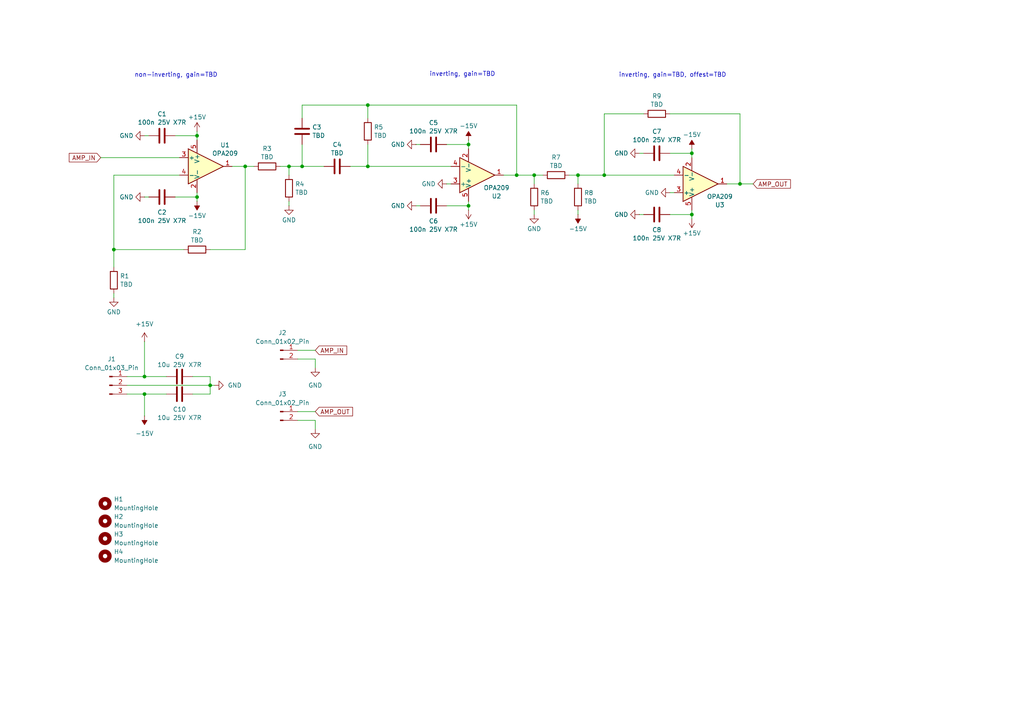
<source format=kicad_sch>
(kicad_sch (version 20231120) (generator "eeschema") (generator_version "8.0")
  (paper "A4")
  (lib_symbols
    (symbol "Amplifier_Operational:OPA196xDBV" (pin_names (offset 0.127))
      (property "Reference" "U" (at -1.27 6.35 0))
      (property "Value" "OPA196xDBV" (at -1.27 3.81 0))
      (symbol "OPA196xDBV_0_1"
        (polyline (pts (xy -5.08 5.08) (xy 5.08 0) (xy -5.08 -5.08) (xy -5.08 5.08)) (stroke (width 0.254)) (fill (type background)))
        (pin power_in line (at -2.54 -7.62 90) (length 3.81) (name "V-") (number "2"))
        (pin power_in line (at -2.54 7.62 270) (length 3.81) (name "V+") (number "5"))
      )
      (symbol "OPA196xDBV_1_1"
        (pin output line (at 7.62 0 180) (length 2.54) (name "~") (number "1"))
        (pin input line (at -7.62 2.54 0) (length 2.54) (name "+") (number "3"))
        (pin input line (at -7.62 -2.54 0) (length 2.54) (name "-") (number "4"))
      )
    )
    (symbol "Connector:Conn_01x02_Pin" (pin_names (offset 1.016) hide)
      (property "Reference" "J" (at 0 2.54 0))
      (property "Value" "Conn_01x02_Pin" (at 0 -5.08 0))
      (symbol "Conn_01x02_Pin_1_1"
        (polyline (pts (xy 1.27 -2.54) (xy 0.8636 -2.54)) (stroke (width 0.1524)))
        (polyline (pts (xy 1.27 0) (xy 0.8636 0)) (stroke (width 0.1524)))
        (rectangle (start 0.8636 -2.413) (end 0 -2.667) (stroke (width 0.1524)) (fill (type outline)))
        (rectangle (start 0.8636 0.127) (end 0 -0.127) (stroke (width 0.1524)) (fill (type outline)))
        (pin passive line (at 5.08 0 180) (length 3.81) (name "Pin_1") (number "1"))
        (pin passive line (at 5.08 -2.54 180) (length 3.81) (name "Pin_2") (number "2"))
      )
    )
    (symbol "Connector:Conn_01x03_Pin" (pin_names (offset 1.016) hide)
      (property "Reference" "J" (at 0 5.08 0))
      (property "Value" "Conn_01x03_Pin" (at 0 -5.08 0))
      (symbol "Conn_01x03_Pin_1_1"
        (polyline (pts (xy 1.27 -2.54) (xy 0.8636 -2.54)) (stroke (width 0.1524)))
        (polyline (pts (xy 1.27 0) (xy 0.8636 0)) (stroke (width 0.1524)))
        (polyline (pts (xy 1.27 2.54) (xy 0.8636 2.54)) (stroke (width 0.1524)))
        (rectangle (start 0.8636 -2.413) (end 0 -2.667) (stroke (width 0.1524)) (fill (type outline)))
        (rectangle (start 0.8636 0.127) (end 0 -0.127) (stroke (width 0.1524)) (fill (type outline)))
        (rectangle (start 0.8636 2.667) (end 0 2.413) (stroke (width 0.1524)) (fill (type outline)))
        (pin passive line (at 5.08 2.54 180) (length 3.81) (name "Pin_1") (number "1"))
        (pin passive line (at 5.08 0 180) (length 3.81) (name "Pin_2") (number "2"))
        (pin passive line (at 5.08 -2.54 180) (length 3.81) (name "Pin_3") (number "3"))
      )
    )
    (symbol "Device:C" (pin_numbers hide) (pin_names (offset 0.254))
      (property "Reference" "C" (at 0.635 2.54 0))
      (property "Value" "C" (at 0.635 -2.54 0))
      (symbol "C_0_1"
        (polyline (pts (xy -2.032 -0.762) (xy 2.032 -0.762)) (stroke (width 0.508)))
        (polyline (pts (xy -2.032 0.762) (xy 2.032 0.762)) (stroke (width 0.508)))
      )
      (symbol "C_1_1"
        (pin passive line (at 0 3.81 270) (length 2.794) (name "~") (number "1"))
        (pin passive line (at 0 -3.81 90) (length 2.794) (name "~") (number "2"))
      )
    )
    (symbol "Device:R" (pin_numbers hide) (pin_names (offset 0))
      (property "Reference" "R" (at 2.032 0 90))
      (property "Value" "R" (at 0 0 90))
      (symbol "R_0_1"
        (rectangle (start -1.016 -2.54) (end 1.016 2.54) (stroke (width 0.254)))
      )
      (symbol "R_1_1"
        (pin passive line (at 0 3.81 270) (length 1.27) (name "~") (number "1"))
        (pin passive line (at 0 -3.81 90) (length 1.27) (name "~") (number "2"))
      )
    )
    (symbol "Mechanical:MountingHole" (pin_names (offset 1.016))
      (property "Reference" "H" (at 0 5.08 0))
      (property "Value" "MountingHole" (at 0 3.175 0))
      (symbol "MountingHole_0_1"
        (circle (center 0 0) (radius 1.27) (stroke (width 1.27)))
      )
    )
    (symbol "power:+15V" (power) (pin_numbers hide) (pin_names (offset 0) hide)
      (property "Value" "+15V" (at 0 3.556 0))
      (symbol "+15V_0_1"
        (polyline (pts (xy -0.762 1.27) (xy 0 2.54)))
        (polyline (pts (xy 0 0) (xy 0 2.54)))
        (polyline (pts (xy 0 2.54) (xy 0.762 1.27)))
      )
      (symbol "+15V_1_1"
        (pin power_in line (at 0 0 90) (length 0) (name "~") (number "1"))
      )
    )
    (symbol "power:-15V" (power) (pin_numbers hide) (pin_names (offset 0) hide)
      (property "Value" "-15V" (at 0 3.556 0))
      (symbol "-15V_0_0"
        (pin power_in line (at 0 0 90) (length 0) (name "~") (number "1"))
      )
      (symbol "-15V_0_1"
        (polyline (pts (xy 0 0) (xy 0 1.27) (xy 0.762 1.27) (xy 0 2.54) (xy -0.762 1.27) (xy 0 1.27)) (fill (type outline)))
      )
    )
    (symbol "power:GND" (power) (pin_numbers hide) (pin_names (offset 0) hide)
      (property "Value" "GND" (at 0 -3.81 0))
      (symbol "GND_0_1"
        (polyline (pts (xy 0 0) (xy 0 -1.27) (xy 1.27 -1.27) (xy 0 -2.54) (xy -1.27 -1.27) (xy 0 -1.27)))
      )
      (symbol "GND_1_1"
        (pin power_in line (at 0 0 270) (length 0) (name "~") (number "1"))
      )
    )
  )
  (junction (at 33.02 72.39))
  (junction (at 135.89 41.91))
  (junction (at 60.96 111.76))
  (junction (at 87.63 48.26))
  (junction (at 41.91 114.3))
  (junction (at 41.91 109.22))
  (junction (at 175.26 50.8))
  (junction (at 149.86 50.8))
  (junction (at 106.68 48.26))
  (junction (at 106.68 30.48))
  (junction (at 200.66 44.45))
  (junction (at 135.89 59.69))
  (junction (at 57.15 39.37))
  (junction (at 214.63 53.34))
  (junction (at 57.15 57.15))
  (junction (at 200.66 62.23))
  (junction (at 167.64 50.8))
  (junction (at 154.94 50.8))
  (junction (at 71.12 48.26))
  (junction (at 83.82 48.26))
  (wire (pts (xy 87.63 34.29) (xy 87.63 30.48)))
  (wire (pts (xy 101.6 48.26) (xy 106.68 48.26)))
  (wire (pts (xy 106.68 30.48) (xy 106.68 34.29)))
  (wire (pts (xy 167.64 60.96) (xy 167.64 62.23)))
  (wire (pts (xy 41.91 99.06) (xy 41.91 109.22)))
  (wire (pts (xy 83.82 58.42) (xy 83.82 59.69)))
  (wire (pts (xy 71.12 48.26) (xy 73.66 48.26)))
  (wire (pts (xy 165.1 50.8) (xy 167.64 50.8)))
  (wire (pts (xy 194.31 55.88) (xy 195.58 55.88)))
  (wire (pts (xy 91.44 104.14) (xy 86.36 104.14)))
  (wire (pts (xy 57.15 38.1) (xy 57.15 39.37)))
  (wire (pts (xy 175.26 33.02) (xy 186.69 33.02)))
  (wire (pts (xy 135.89 40.64) (xy 135.89 41.91)))
  (wire (pts (xy 91.44 124.46) (xy 91.44 121.92)))
  (wire (pts (xy 71.12 72.39) (xy 71.12 48.26)))
  (wire (pts (xy 135.89 59.69) (xy 135.89 60.96)))
  (wire (pts (xy 120.65 41.91) (xy 121.92 41.91)))
  (wire (pts (xy 41.91 57.15) (xy 43.18 57.15)))
  (wire (pts (xy 60.96 72.39) (xy 71.12 72.39)))
  (wire (pts (xy 83.82 48.26) (xy 87.63 48.26)))
  (wire (pts (xy 57.15 39.37) (xy 57.15 40.64)))
  (wire (pts (xy 214.63 53.34) (xy 218.44 53.34)))
  (wire (pts (xy 36.83 114.3) (xy 41.91 114.3)))
  (wire (pts (xy 87.63 41.91) (xy 87.63 48.26)))
  (wire (pts (xy 41.91 39.37) (xy 43.18 39.37)))
  (wire (pts (xy 149.86 50.8) (xy 154.94 50.8)))
  (wire (pts (xy 60.96 114.3) (xy 60.96 111.76)))
  (wire (pts (xy 71.12 48.26) (xy 67.31 48.26)))
  (wire (pts (xy 120.65 59.69) (xy 121.92 59.69)))
  (wire (pts (xy 195.58 50.8) (xy 175.26 50.8)))
  (wire (pts (xy 50.8 57.15) (xy 57.15 57.15)))
  (wire (pts (xy 167.64 50.8) (xy 175.26 50.8)))
  (wire (pts (xy 91.44 121.92) (xy 86.36 121.92)))
  (wire (pts (xy 91.44 106.68) (xy 91.44 104.14)))
  (wire (pts (xy 149.86 30.48) (xy 106.68 30.48)))
  (wire (pts (xy 41.91 114.3) (xy 48.26 114.3)))
  (wire (pts (xy 154.94 50.8) (xy 154.94 53.34)))
  (wire (pts (xy 154.94 50.8) (xy 157.48 50.8)))
  (wire (pts (xy 33.02 72.39) (xy 53.34 72.39)))
  (wire (pts (xy 106.68 48.26) (xy 106.68 41.91)))
  (wire (pts (xy 129.54 41.91) (xy 135.89 41.91)))
  (wire (pts (xy 41.91 114.3) (xy 41.91 120.65)))
  (wire (pts (xy 86.36 119.38) (xy 91.44 119.38)))
  (wire (pts (xy 57.15 57.15) (xy 57.15 58.42)))
  (wire (pts (xy 154.94 60.96) (xy 154.94 62.23)))
  (wire (pts (xy 36.83 111.76) (xy 60.96 111.76)))
  (wire (pts (xy 146.05 50.8) (xy 149.86 50.8)))
  (wire (pts (xy 200.66 43.18) (xy 200.66 44.45)))
  (wire (pts (xy 210.82 53.34) (xy 214.63 53.34)))
  (wire (pts (xy 33.02 50.8) (xy 33.02 72.39)))
  (wire (pts (xy 129.54 53.34) (xy 130.81 53.34)))
  (wire (pts (xy 36.83 109.22) (xy 41.91 109.22)))
  (wire (pts (xy 135.89 58.42) (xy 135.89 59.69)))
  (wire (pts (xy 185.42 62.23) (xy 186.69 62.23)))
  (wire (pts (xy 33.02 77.47) (xy 33.02 72.39)))
  (wire (pts (xy 200.66 62.23) (xy 200.66 63.5)))
  (wire (pts (xy 129.54 59.69) (xy 135.89 59.69)))
  (wire (pts (xy 60.96 111.76) (xy 62.23 111.76)))
  (wire (pts (xy 55.88 109.22) (xy 60.96 109.22)))
  (wire (pts (xy 81.28 48.26) (xy 83.82 48.26)))
  (wire (pts (xy 57.15 55.88) (xy 57.15 57.15)))
  (wire (pts (xy 185.42 44.45) (xy 186.69 44.45)))
  (wire (pts (xy 41.91 109.22) (xy 48.26 109.22)))
  (wire (pts (xy 214.63 53.34) (xy 214.63 33.02)))
  (wire (pts (xy 52.07 50.8) (xy 33.02 50.8)))
  (wire (pts (xy 33.02 85.09) (xy 33.02 86.36)))
  (wire (pts (xy 83.82 48.26) (xy 83.82 50.8)))
  (wire (pts (xy 149.86 50.8) (xy 149.86 30.48)))
  (wire (pts (xy 86.36 101.6) (xy 91.44 101.6)))
  (wire (pts (xy 194.31 62.23) (xy 200.66 62.23)))
  (wire (pts (xy 200.66 44.45) (xy 200.66 45.72)))
  (wire (pts (xy 60.96 109.22) (xy 60.96 111.76)))
  (wire (pts (xy 55.88 114.3) (xy 60.96 114.3)))
  (wire (pts (xy 130.81 48.26) (xy 106.68 48.26)))
  (wire (pts (xy 87.63 48.26) (xy 93.98 48.26)))
  (wire (pts (xy 135.89 41.91) (xy 135.89 43.18)))
  (wire (pts (xy 214.63 33.02) (xy 194.31 33.02)))
  (wire (pts (xy 50.8 39.37) (xy 57.15 39.37)))
  (wire (pts (xy 175.26 50.8) (xy 175.26 33.02)))
  (wire (pts (xy 87.63 30.48) (xy 106.68 30.48)))
  (wire (pts (xy 29.21 45.72) (xy 52.07 45.72)))
  (wire (pts (xy 194.31 44.45) (xy 200.66 44.45)))
  (wire (pts (xy 200.66 60.96) (xy 200.66 62.23)))
  (wire (pts (xy 167.64 50.8) (xy 167.64 53.34)))
  (text "inverting, gain=TBD" (at 134.112 21.59 0) (effects (font (size 1.27 1.27))))
  (text "non-inverting, gain=TBD" (at 51.054 21.844 0) (effects (font (size 1.27 1.27))))
  (text "inverting, gain=TBD, offest=TBD" (at 195.072 21.844 0) (effects (font (size 1.27 1.27))))
  (global_label "AMP_OUT" (shape input) (at 218.44 53.34 0) (property "Intersheetrefs" "${INTERSHEET_REFS}" (effects (hide yes))))
  (global_label "AMP_IN" (shape input) (at 29.21 45.72 180) (property "Intersheetrefs" "${INTERSHEET_REFS}" (effects (hide yes))))
  (global_label "AMP_IN" (shape input) (at 91.44 101.6 0) (property "Intersheetrefs" "${INTERSHEET_REFS}" (effects (hide yes))))
  (global_label "AMP_OUT" (shape input) (at 91.44 119.38 0) (property "Intersheetrefs" "${INTERSHEET_REFS}" (effects (hide yes))))
  (symbol (lib_id "Amplifier_Operational:OPA196xDBV") (at 138.43 50.8 0) (mirror x) (unit 1)
    (property "Reference" "U2" (at 144.018 56.896 0))
    (property "Value" "OPA209" (at 144.018 54.4717 0))
    (property "Footprint" "Package_TO_SOT_SMD:SOT-23-5" (effects (hide yes)))
    (property "Description" "Single, Low-Noise, Rail-to-Rail Operational Amplifier, SOT-23-5" (effects (hide yes)))
    (property "SPN" "Digi-Key 296-28152-1-ND" (effects (hide yes)))
    (property "Price" "2.39 CHF" (effects (hide yes)))
  )
  (symbol (lib_id "power:-15V") (at 41.91 120.65 180) (unit 1)
    (property "Reference" "#PWR021" (effects (hide yes)))
    (property "Value" "-15V" (at 41.91 125.73 0))
    (property "Description" "Power symbol creates a global label with name \"-15V\"" (effects (hide yes)))
  )
  (symbol (lib_id "power:-15V") (at 57.15 58.42 180) (unit 1)
    (property "Reference" "#PWR05" (effects (hide yes)))
    (property "Value" "-15V" (at 57.15 62.5531 0))
    (property "Description" "Power symbol creates a global label with name \"-15V\"" (effects (hide yes)))
  )
  (symbol (lib_id "Mechanical:MountingHole") (at 30.48 156.21 0) (unit 1)
    (property "Reference" "H3" (at 33.02 154.9399 0) (effects (justify left)))
    (property "Value" "MountingHole" (at 33.02 157.4799 0) (effects (justify left)))
    (property "Footprint" "MountingHole:MountingHole_2.7mm_M2.5" (effects (hide yes)))
    (property "Description" "Mounting Hole without connection" (effects (hide yes)))
  )
  (symbol (lib_id "Device:C") (at 97.79 48.26 270) (unit 1)
    (property "Reference" "C4" (at 97.79 41.9565 90))
    (property "Value" "TBD" (at 97.79 44.3808 90))
    (property "Footprint" "Capacitor_SMD:C_0805_2012Metric" (effects (hide yes)))
    (property "Description" "Unpolarized capacitor" (effects (hide yes)))
    (property "SPN" "TBD" (effects (hide yes)))
    (property "Price" "TBD" (effects (hide yes)))
  )
  (symbol (lib_id "Device:C") (at 190.5 44.45 270) (unit 1)
    (property "Reference" "C7" (at 190.5 38.1465 90))
    (property "Value" "100n 25V X7R" (at 190.5 40.5708 90))
    (property "Footprint" "Capacitor_SMD:C_0805_2012Metric" (effects (hide yes)))
    (property "Description" "Unpolarized capacitor" (effects (hide yes)))
    (property "SPN" "Digi-Key 1276-1099-1-ND" (effects (hide yes)))
    (property "Price" "0.09 CHF" (effects (hide yes)))
  )
  (symbol (lib_id "Connector:Conn_01x03_Pin") (at 31.75 111.76 0) (unit 1)
    (property "Reference" "J1" (at 32.385 104.14 0))
    (property "Value" "Conn_01x03_Pin" (at 32.385 106.68 0))
    (property "Footprint" "Connector_PinHeader_2.54mm:PinHeader_1x03_P2.54mm_Vertical" (effects (hide yes)))
    (property "Description" "Generic connector, single row, 01x03, script generated" (effects (hide yes)))
  )
  (symbol (lib_id "Device:R") (at 77.47 48.26 270) (unit 1)
    (property "Reference" "R3" (at 77.47 43.0995 90))
    (property "Value" "TBD" (at 77.47 45.5238 90))
    (property "Footprint" "Resistor_SMD:R_0805_2012Metric" (effects (hide yes)))
    (property "Description" "Resistor" (effects (hide yes)))
    (property "SPN" "TBD" (effects (hide yes)))
    (property "Price" "TBD" (effects (hide yes)))
  )
  (symbol (lib_id "Device:R") (at 167.64 57.15 180) (unit 1)
    (property "Reference" "R8" (at 169.418 55.9378 0) (effects (justify right)))
    (property "Value" "TBD" (at 169.418 58.3621 0) (effects (justify right)))
    (property "Footprint" "Resistor_SMD:R_0805_2012Metric" (effects (hide yes)))
    (property "Description" "Resistor" (effects (hide yes)))
    (property "SPN" "TBD" (effects (hide yes)))
    (property "Price" "TBD" (effects (hide yes)))
  )
  (symbol (lib_id "Device:C") (at 125.73 41.91 270) (unit 1)
    (property "Reference" "C5" (at 125.73 35.6065 90))
    (property "Value" "100n 25V X7R" (at 125.73 38.0308 90))
    (property "Footprint" "Capacitor_SMD:C_0805_2012Metric" (effects (hide yes)))
    (property "Description" "Unpolarized capacitor" (effects (hide yes)))
    (property "SPN" "Digi-Key 1276-1099-1-ND" (effects (hide yes)))
    (property "Price" "0.09 CHF" (effects (hide yes)))
  )
  (symbol (lib_id "Connector:Conn_01x02_Pin") (at 81.28 119.38 0) (unit 1)
    (property "Reference" "J3" (at 81.915 114.3 0))
    (property "Value" "Conn_01x02_Pin" (at 81.915 116.84 0))
    (property "Footprint" "Connector_PinHeader_2.54mm:PinHeader_1x02_P2.54mm_Vertical" (effects (hide yes)))
    (property "Description" "Generic connector, single row, 01x02, script generated" (effects (hide yes)))
  )
  (symbol (lib_id "Mechanical:MountingHole") (at 30.48 151.13 0) (unit 1)
    (property "Reference" "H2" (at 33.02 149.8599 0) (effects (justify left)))
    (property "Value" "MountingHole" (at 33.02 152.3999 0) (effects (justify left)))
    (property "Footprint" "MountingHole:MountingHole_2.7mm_M2.5" (effects (hide yes)))
    (property "Description" "Mounting Hole without connection" (effects (hide yes)))
  )
  (symbol (lib_id "power:GND") (at 129.54 53.34 270) (unit 1)
    (property "Reference" "#PWR010" (effects (hide yes)))
    (property "Value" "GND" (at 126.3651 53.34 90) (effects (justify right)))
    (property "Description" "Power symbol creates a global label with name \"GND\" , ground" (effects (hide yes)))
  )
  (symbol (lib_id "power:+15V") (at 41.91 99.06 0) (unit 1)
    (property "Reference" "#PWR013" (effects (hide yes)))
    (property "Value" "+15V" (at 41.91 93.98 0))
    (property "Description" "Power symbol creates a global label with name \"+15V\"" (effects (hide yes)))
  )
  (symbol (lib_id "power:GND") (at 185.42 62.23 270) (unit 1)
    (property "Reference" "#PWR017" (effects (hide yes)))
    (property "Value" "GND" (at 182.2451 62.23 90) (effects (justify right)))
    (property "Description" "Power symbol creates a global label with name \"GND\" , ground" (effects (hide yes)))
  )
  (symbol (lib_id "power:GND") (at 120.65 41.91 270) (unit 1)
    (property "Reference" "#PWR07" (effects (hide yes)))
    (property "Value" "GND" (at 117.4751 41.91 90) (effects (justify right)))
    (property "Description" "Power symbol creates a global label with name \"GND\" , ground" (effects (hide yes)))
  )
  (symbol (lib_id "power:GND") (at 154.94 62.23 0) (unit 1)
    (property "Reference" "#PWR014" (effects (hide yes)))
    (property "Value" "GND" (at 154.94 66.3631 0))
    (property "Description" "Power symbol creates a global label with name \"GND\" , ground" (effects (hide yes)))
  )
  (symbol (lib_id "power:GND") (at 41.91 39.37 270) (unit 1)
    (property "Reference" "#PWR02" (effects (hide yes)))
    (property "Value" "GND" (at 38.7351 39.37 90) (effects (justify right)))
    (property "Description" "Power symbol creates a global label with name \"GND\" , ground" (effects (hide yes)))
  )
  (symbol (lib_id "Device:C") (at 52.07 114.3 90) (unit 1)
    (property "Reference" "C10" (at 52.07 118.7337 90))
    (property "Value" "10u 25V X7R" (at 52.07 121.158 90))
    (property "Footprint" "Capacitor_SMD:C_1206_3216Metric" (effects (hide yes)))
    (property "Description" "Unpolarized capacitor" (effects (hide yes)))
    (property "SPN" "Digi-Key 1276-3100-1-ND" (effects (hide yes)))
    (property "Price" "0.17 CHF" (effects (hide yes)))
  )
  (symbol (lib_id "power:-15V") (at 200.66 43.18 0) (unit 1)
    (property "Reference" "#PWR019" (effects (hide yes)))
    (property "Value" "-15V" (at 200.66 39.0469 0))
    (property "Description" "Power symbol creates a global label with name \"-15V\"" (effects (hide yes)))
  )
  (symbol (lib_id "Amplifier_Operational:OPA196xDBV") (at 59.69 48.26 0) (unit 1)
    (property "Reference" "U1" (at 65.278 42.066 0))
    (property "Value" "OPA209" (at 65.278 44.4903 0))
    (property "Footprint" "Package_TO_SOT_SMD:SOT-23-5" (effects (hide yes)))
    (property "Description" "Single, Low-Noise, Rail-to-Rail Operational Amplifier, SOT-23-5" (effects (hide yes)))
    (property "SPN" "Digi-Key 296-28152-1-ND" (effects (hide yes)))
    (property "Price" "2.39 CHF" (effects (hide yes)))
  )
  (symbol (lib_id "Mechanical:MountingHole") (at 30.48 161.29 0) (unit 1)
    (property "Reference" "H4" (at 33.02 160.0199 0) (effects (justify left)))
    (property "Value" "MountingHole" (at 33.02 162.5599 0) (effects (justify left)))
    (property "Footprint" "MountingHole:MountingHole_2.7mm_M2.5" (effects (hide yes)))
    (property "Description" "Mounting Hole without connection" (effects (hide yes)))
  )
  (symbol (lib_id "power:GND") (at 91.44 124.46 0) (unit 1)
    (property "Reference" "#PWR023" (effects (hide yes)))
    (property "Value" "GND" (at 91.44 129.54 0))
    (property "Description" "Power symbol creates a global label with name \"GND\" , ground" (effects (hide yes)))
  )
  (symbol (lib_id "power:GND") (at 91.44 106.68 0) (unit 1)
    (property "Reference" "#PWR022" (effects (hide yes)))
    (property "Value" "GND" (at 91.44 111.76 0))
    (property "Description" "Power symbol creates a global label with name \"GND\" , ground" (effects (hide yes)))
  )
  (symbol (lib_id "Device:R") (at 83.82 54.61 0) (unit 1)
    (property "Reference" "R4" (at 85.598 53.3978 0) (effects (justify left)))
    (property "Value" "TBD" (at 85.598 55.8221 0) (effects (justify left)))
    (property "Footprint" "Resistor_SMD:R_0805_2012Metric" (effects (hide yes)))
    (property "Description" "Resistor" (effects (hide yes)))
    (property "SPN" "TBD" (effects (hide yes)))
    (property "Price" "TBD" (effects (hide yes)))
  )
  (symbol (lib_id "Connector:Conn_01x02_Pin") (at 81.28 101.6 0) (unit 1)
    (property "Reference" "J2" (at 81.915 96.52 0))
    (property "Value" "Conn_01x02_Pin" (at 81.915 99.06 0))
    (property "Footprint" "Connector_PinHeader_2.54mm:PinHeader_1x02_P2.54mm_Vertical" (effects (hide yes)))
    (property "Description" "Generic connector, single row, 01x02, script generated" (effects (hide yes)))
  )
  (symbol (lib_id "power:GND") (at 41.91 57.15 270) (unit 1)
    (property "Reference" "#PWR03" (effects (hide yes)))
    (property "Value" "GND" (at 38.7351 57.15 90) (effects (justify right)))
    (property "Description" "Power symbol creates a global label with name \"GND\" , ground" (effects (hide yes)))
  )
  (symbol (lib_id "Device:R") (at 106.68 38.1 0) (unit 1)
    (property "Reference" "R5" (at 108.458 36.8878 0) (effects (justify left)))
    (property "Value" "TBD" (at 108.458 39.3121 0) (effects (justify left)))
    (property "Footprint" "Resistor_SMD:R_0805_2012Metric" (effects (hide yes)))
    (property "Description" "Resistor" (effects (hide yes)))
    (property "SPN" "TBD" (effects (hide yes)))
    (property "Price" "TBD" (effects (hide yes)))
  )
  (symbol (lib_id "Mechanical:MountingHole") (at 30.48 146.05 0) (unit 1)
    (property "Reference" "H1" (at 33.02 144.7799 0) (effects (justify left)))
    (property "Value" "MountingHole" (at 33.02 147.3199 0) (effects (justify left)))
    (property "Footprint" "MountingHole:MountingHole_2.7mm_M2.5" (effects (hide yes)))
    (property "Description" "Mounting Hole without connection" (effects (hide yes)))
  )
  (symbol (lib_id "Device:C") (at 52.07 109.22 90) (unit 1)
    (property "Reference" "C9" (at 52.07 103.378 90))
    (property "Value" "10u 25V X7R" (at 52.07 105.8023 90))
    (property "Footprint" "Capacitor_SMD:C_1206_3216Metric" (effects (hide yes)))
    (property "Description" "Unpolarized capacitor" (effects (hide yes)))
    (property "SPN" "Digi-Key 1276-3100-1-ND" (effects (hide yes)))
    (property "Price" "0.17 CHF" (effects (hide yes)))
  )
  (symbol (lib_id "Device:R") (at 161.29 50.8 90) (unit 1)
    (property "Reference" "R7" (at 161.29 45.6395 90))
    (property "Value" "TBD" (at 161.29 48.0638 90))
    (property "Footprint" "Resistor_SMD:R_0805_2012Metric" (effects (hide yes)))
    (property "Description" "Resistor" (effects (hide yes)))
    (property "SPN" "TBD" (effects (hide yes)))
    (property "Price" "TBD" (effects (hide yes)))
  )
  (symbol (lib_id "Amplifier_Operational:OPA196xDBV") (at 203.2 53.34 0) (mirror x) (unit 1)
    (property "Reference" "U3" (at 208.788 59.436 0))
    (property "Value" "OPA209" (at 208.788 57.0117 0))
    (property "Footprint" "Package_TO_SOT_SMD:SOT-23-5" (effects (hide yes)))
    (property "Description" "Single, Low-Noise, Rail-to-Rail Operational Amplifier, SOT-23-5" (effects (hide yes)))
    (property "SPN" "Digi-Key 296-28152-1-ND" (effects (hide yes)))
    (property "Price" "2.39 CHF" (effects (hide yes)))
  )
  (symbol (lib_id "Device:R") (at 190.5 33.02 270) (unit 1)
    (property "Reference" "R9" (at 190.5 27.8595 90))
    (property "Value" "TBD" (at 190.5 30.2838 90))
    (property "Footprint" "Resistor_SMD:R_0805_2012Metric" (effects (hide yes)))
    (property "Description" "Resistor" (effects (hide yes)))
    (property "SPN" "TBD" (effects (hide yes)))
    (property "Price" "TBD" (effects (hide yes)))
  )
  (symbol (lib_id "power:-15V") (at 167.64 62.23 180) (unit 1)
    (property "Reference" "#PWR015" (effects (hide yes)))
    (property "Value" "-15V" (at 167.64 66.3631 0))
    (property "Description" "Power symbol creates a global label with name \"-15V\"" (effects (hide yes)))
  )
  (symbol (lib_id "power:GND") (at 185.42 44.45 270) (unit 1)
    (property "Reference" "#PWR016" (effects (hide yes)))
    (property "Value" "GND" (at 182.2451 44.45 90) (effects (justify right)))
    (property "Description" "Power symbol creates a global label with name \"GND\" , ground" (effects (hide yes)))
  )
  (symbol (lib_id "Device:C") (at 87.63 38.1 0) (unit 1)
    (property "Reference" "C3" (at 90.551 36.8878 0) (effects (justify left)))
    (property "Value" "TBD" (at 90.551 39.3121 0) (effects (justify left)))
    (property "Footprint" "Capacitor_SMD:C_0805_2012Metric" (effects (hide yes)))
    (property "Description" "Unpolarized capacitor" (effects (hide yes)))
    (property "SPN" "TBD" (effects (hide yes)))
    (property "Price" "TBD" (effects (hide yes)))
  )
  (symbol (lib_id "power:-15V") (at 135.89 40.64 0) (unit 1)
    (property "Reference" "#PWR011" (effects (hide yes)))
    (property "Value" "-15V" (at 135.89 36.5069 0))
    (property "Description" "Power symbol creates a global label with name \"-15V\"" (effects (hide yes)))
  )
  (symbol (lib_id "Device:R") (at 33.02 81.28 180) (unit 1)
    (property "Reference" "R1" (at 34.798 80.0678 0) (effects (justify right)))
    (property "Value" "TBD" (at 34.798 82.4921 0) (effects (justify right)))
    (property "Footprint" "Resistor_SMD:R_0805_2012Metric" (effects (hide yes)))
    (property "Description" "Resistor" (effects (hide yes)))
    (property "SPN" "TBD" (effects (hide yes)))
    (property "Price" "TBD" (effects (hide yes)))
  )
  (symbol (lib_id "power:GND") (at 83.82 59.69 0) (unit 1)
    (property "Reference" "#PWR06" (effects (hide yes)))
    (property "Value" "GND" (at 83.82 63.8231 0))
    (property "Description" "Power symbol creates a global label with name \"GND\" , ground" (effects (hide yes)))
  )
  (symbol (lib_id "Device:R") (at 154.94 57.15 0) (unit 1)
    (property "Reference" "R6" (at 156.718 55.9378 0) (effects (justify left)))
    (property "Value" "TBD" (at 156.718 58.3621 0) (effects (justify left)))
    (property "Footprint" "Resistor_SMD:R_0805_2012Metric" (effects (hide yes)))
    (property "Description" "Resistor" (effects (hide yes)))
    (property "SPN" "TBD" (effects (hide yes)))
    (property "Price" "TBD" (effects (hide yes)))
  )
  (symbol (lib_id "Device:C") (at 46.99 57.15 90) (unit 1)
    (property "Reference" "C2" (at 46.99 61.5837 90))
    (property "Value" "100n 25V X7R" (at 46.99 64.008 90))
    (property "Footprint" "Capacitor_SMD:C_0805_2012Metric" (effects (hide yes)))
    (property "Description" "Unpolarized capacitor" (effects (hide yes)))
    (property "SPN" "Digi-Key 1276-1099-1-ND" (effects (hide yes)))
    (property "Price" "0.09 CHF" (effects (hide yes)))
  )
  (symbol (lib_id "power:+15V") (at 200.66 63.5 180) (unit 1)
    (property "Reference" "#PWR020" (effects (hide yes)))
    (property "Value" "+15V" (at 200.66 67.6331 0))
    (property "Description" "Power symbol creates a global label with name \"+15V\"" (effects (hide yes)))
  )
  (symbol (lib_id "power:GND") (at 194.31 55.88 270) (unit 1)
    (property "Reference" "#PWR018" (effects (hide yes)))
    (property "Value" "GND" (at 191.1351 55.88 90) (effects (justify right)))
    (property "Description" "Power symbol creates a global label with name \"GND\" , ground" (effects (hide yes)))
  )
  (symbol (lib_id "power:GND") (at 33.02 86.36 0) (unit 1)
    (property "Reference" "#PWR01" (effects (hide yes)))
    (property "Value" "GND" (at 33.02 90.4931 0))
    (property "Description" "Power symbol creates a global label with name \"GND\" , ground" (effects (hide yes)))
  )
  (symbol (lib_id "power:+15V") (at 135.89 60.96 180) (unit 1)
    (property "Reference" "#PWR012" (effects (hide yes)))
    (property "Value" "+15V" (at 135.89 65.0931 0))
    (property "Description" "Power symbol creates a global label with name \"+15V\"" (effects (hide yes)))
  )
  (symbol (lib_id "power:GND") (at 120.65 59.69 270) (unit 1)
    (property "Reference" "#PWR08" (effects (hide yes)))
    (property "Value" "GND" (at 117.4751 59.69 90) (effects (justify right)))
    (property "Description" "Power symbol creates a global label with name \"GND\" , ground" (effects (hide yes)))
  )
  (symbol (lib_id "Device:C") (at 46.99 39.37 270) (unit 1)
    (property "Reference" "C1" (at 46.99 33.0665 90))
    (property "Value" "100n 25V X7R" (at 46.99 35.4908 90))
    (property "Footprint" "Capacitor_SMD:C_0805_2012Metric" (effects (hide yes)))
    (property "Description" "Unpolarized capacitor" (effects (hide yes)))
    (property "SPN" "Digi-Key 1276-1099-1-ND" (effects (hide yes)))
    (property "Price" "0.09 CHF" (effects (hide yes)))
  )
  (symbol (lib_id "Device:R") (at 57.15 72.39 90) (unit 1)
    (property "Reference" "R2" (at 57.15 67.2295 90))
    (property "Value" "TBD" (at 57.15 69.6538 90))
    (property "Footprint" "Resistor_SMD:R_0805_2012Metric" (effects (hide yes)))
    (property "Description" "Resistor" (effects (hide yes)))
    (property "SPN" "TBD" (effects (hide yes)))
    (property "Price" "TBD" (effects (hide yes)))
  )
  (symbol (lib_id "power:GND") (at 62.23 111.76 90) (unit 1)
    (property "Reference" "#PWR09" (effects (hide yes)))
    (property "Value" "GND" (at 66.04 111.7599 90) (effects (justify right)))
    (property "Description" "Power symbol creates a global label with name \"GND\" , ground" (effects (hide yes)))
  )
  (symbol (lib_id "Device:C") (at 125.73 59.69 90) (unit 1)
    (property "Reference" "C6" (at 125.73 64.1237 90))
    (property "Value" "100n 25V X7R" (at 125.73 66.548 90))
    (property "Footprint" "Capacitor_SMD:C_0805_2012Metric" (effects (hide yes)))
    (property "Description" "Unpolarized capacitor" (effects (hide yes)))
    (property "SPN" "Digi-Key 1276-1099-1-ND" (effects (hide yes)))
    (property "Price" "0.09 CHF" (effects (hide yes)))
  )
  (symbol (lib_id "power:+15V") (at 57.15 38.1 0) (unit 1)
    (property "Reference" "#PWR04" (effects (hide yes)))
    (property "Value" "+15V" (at 57.15 33.9669 0))
    (property "Description" "Power symbol creates a global label with name \"+15V\"" (effects (hide yes)))
  )
  (symbol (lib_id "Device:C") (at 190.5 62.23 90) (unit 1)
    (property "Reference" "C8" (at 190.5 66.6637 90))
    (property "Value" "100n 25V X7R" (at 190.5 69.088 90))
    (property "Footprint" "Capacitor_SMD:C_0805_2012Metric" (effects (hide yes)))
    (property "Description" "Unpolarized capacitor" (effects (hide yes)))
    (property "SPN" "Digi-Key 1276-1099-1-ND" (effects (hide yes)))
    (property "Price" "0.09 CHF" (effects (hide yes)))
  )
)
</source>
